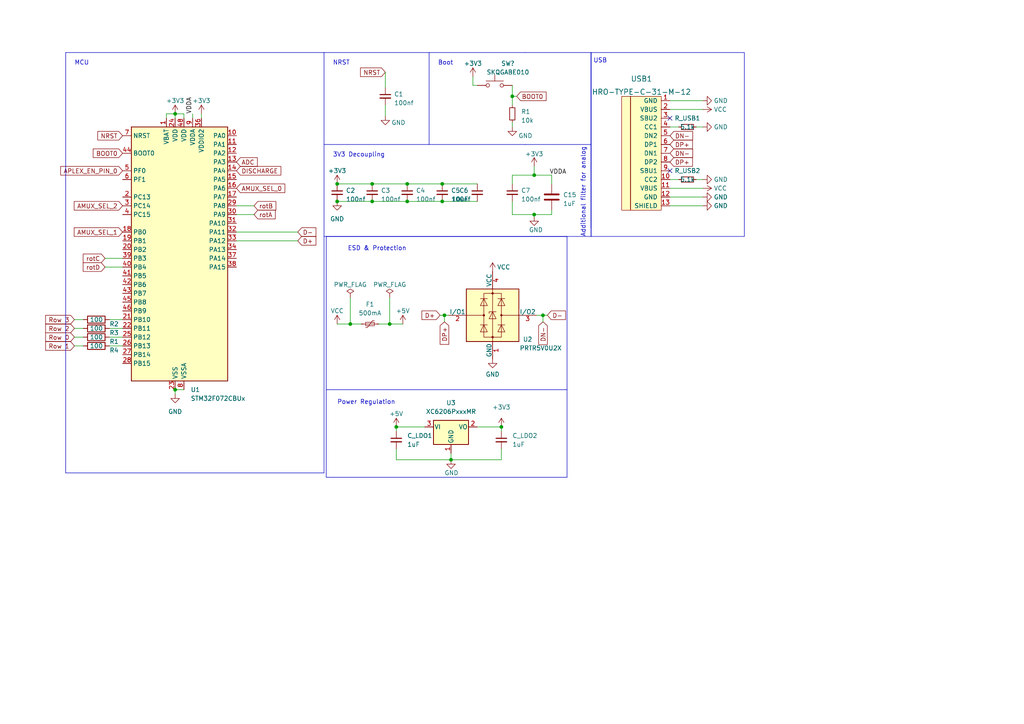
<source format=kicad_sch>
(kicad_sch (version 20231120) (generator "eeschema") (generator_version "8.0")
  (paper "A4")
  (lib_symbols
    (symbol "+3V3_1" (power) (pin_names (offset 0))
      (property "Value" "+3V3_1" (at 0 3.556 0))
      (symbol "+3V3_1_0_1"
        (polyline (pts (xy -0.762 1.27) (xy 0 2.54)))
        (polyline (pts (xy 0 0) (xy 0 2.54)))
        (polyline (pts (xy 0 2.54) (xy 0.762 1.27)))
      )
      (symbol "+3V3_1_1_1"
        (pin power_in line (at 0 0 90) (length 0) hide (name "+3V3") (number "1"))
      )
    )
    (symbol "Device:C" (pin_numbers hide) (pin_names (offset 0.254))
      (property "Reference" "C" (at 0.635 2.54 0))
      (property "Value" "C" (at 0.635 -2.54 0))
      (symbol "C_0_1"
        (polyline (pts (xy -2.032 -0.762) (xy 2.032 -0.762)) (stroke (width 0.508)))
        (polyline (pts (xy -2.032 0.762) (xy 2.032 0.762)) (stroke (width 0.508)))
      )
      (symbol "C_1_1"
        (pin passive line (at 0 3.81 270) (length 2.794) (name "~") (number "1"))
        (pin passive line (at 0 -3.81 90) (length 2.794) (name "~") (number "2"))
      )
    )
    (symbol "Device:C_Small" (pin_numbers hide) (pin_names (offset 0.254) hide)
      (property "Reference" "C" (at 0.254 1.778 0))
      (property "Value" "C_Small" (at 0.254 -2.032 0))
      (symbol "C_Small_0_1"
        (polyline (pts (xy -1.524 -0.508) (xy 1.524 -0.508)) (stroke (width 0.3302)))
        (polyline (pts (xy -1.524 0.508) (xy 1.524 0.508)) (stroke (width 0.3048)))
      )
      (symbol "C_Small_1_1"
        (pin passive line (at 0 2.54 270) (length 2.032) (name "~") (number "1"))
        (pin passive line (at 0 -2.54 90) (length 2.032) (name "~") (number "2"))
      )
    )
    (symbol "Device:Polyfuse_Small" (pin_numbers hide) (pin_names (offset 0))
      (property "Reference" "F" (at -1.905 0 90))
      (property "Value" "Polyfuse_Small" (at 1.905 0 90))
      (symbol "Polyfuse_Small_0_1"
        (rectangle (start -0.508 1.27) (end 0.508 -1.27))
        (polyline (pts (xy 0 2.54) (xy 0 -2.54)))
        (polyline (pts (xy -1.016 1.27) (xy -1.016 0.762) (xy 1.016 -0.762) (xy 1.016 -1.27)))
      )
      (symbol "Polyfuse_Small_1_1"
        (pin passive line (at 0 2.54 270) (length 0.635) (name "~") (number "1"))
        (pin passive line (at 0 -2.54 90) (length 0.635) (name "~") (number "2"))
      )
    )
    (symbol "Device:R" (pin_numbers hide) (pin_names (offset 0))
      (property "Reference" "R" (at 2.032 0 90))
      (property "Value" "R" (at 0 0 90))
      (symbol "R_0_1"
        (rectangle (start -1.016 -2.54) (end 1.016 2.54) (stroke (width 0.254)))
      )
      (symbol "R_1_1"
        (pin passive line (at 0 3.81 270) (length 1.27) (name "~") (number "1"))
        (pin passive line (at 0 -3.81 90) (length 1.27) (name "~") (number "2"))
      )
    )
    (symbol "Device:R_Small" (pin_numbers hide) (pin_names (offset 0.254) hide)
      (property "Reference" "R" (at 0.762 0.508 0))
      (property "Value" "R_Small" (at 0.762 -1.016 0))
      (symbol "R_Small_0_1"
        (rectangle (start -0.762 1.778) (end 0.762 -1.778) (stroke (width 0.2032)))
      )
      (symbol "R_Small_1_1"
        (pin passive line (at 0 2.54 270) (length 0.762) (name "~") (number "1"))
        (pin passive line (at 0 -2.54 90) (length 0.762) (name "~") (number "2"))
      )
    )
    (symbol "GND_1" (power) (pin_names (offset 0))
      (property "Value" "GND_1" (at 0 -3.81 0))
      (symbol "GND_1_0_1"
        (polyline (pts (xy 0 0) (xy 0 -1.27) (xy 1.27 -1.27) (xy 0 -2.54) (xy -1.27 -1.27) (xy 0 -1.27)))
      )
      (symbol "GND_1_1_1"
        (pin power_in line (at 0 0 270) (length 0) hide (name "GND") (number "1"))
      )
    )
    (symbol "MCU_ST_STM32F0:STM32F072CBUx"
      (property "Reference" "U" (at -12.7 39.37 0))
      (property "Value" "STM32F072CBUx" (at 10.16 39.37 0))
      (symbol "STM32F072CBUx_0_1"
        (rectangle (start -12.7 -35.56) (end 15.24 38.1) (stroke (width 0.254)) (fill (type background)))
      )
      (symbol "STM32F072CBUx_1_1"
        (pin power_in line (at -2.54 40.64 270) (length 2.54) (name "VBAT") (number "1"))
        (pin bidirectional line (at 17.78 35.56 180) (length 2.54) (name "PA0") (number "10"))
        (pin bidirectional line (at 17.78 33.02 180) (length 2.54) (name "PA1") (number "11"))
        (pin bidirectional line (at 17.78 30.48 180) (length 2.54) (name "PA2") (number "12"))
        (pin bidirectional line (at 17.78 27.94 180) (length 2.54) (name "PA3") (number "13"))
        (pin bidirectional line (at 17.78 25.4 180) (length 2.54) (name "PA4") (number "14"))
        (pin bidirectional line (at 17.78 22.86 180) (length 2.54) (name "PA5") (number "15"))
        (pin bidirectional line (at 17.78 20.32 180) (length 2.54) (name "PA6") (number "16"))
        (pin bidirectional line (at 17.78 17.78 180) (length 2.54) (name "PA7") (number "17"))
        (pin bidirectional line (at -15.24 7.62 0) (length 2.54) (name "PB0") (number "18"))
        (pin bidirectional line (at -15.24 5.08 0) (length 2.54) (name "PB1") (number "19"))
        (pin bidirectional line (at -15.24 17.78 0) (length 2.54) (name "PC13") (number "2"))
        (pin bidirectional line (at -15.24 2.54 0) (length 2.54) (name "PB2") (number "20"))
        (pin bidirectional line (at -15.24 -17.78 0) (length 2.54) (name "PB10") (number "21"))
        (pin bidirectional line (at -15.24 -20.32 0) (length 2.54) (name "PB11") (number "22"))
        (pin power_in line (at 0 -38.1 90) (length 2.54) (name "VSS") (number "23"))
        (pin power_in line (at 0 40.64 270) (length 2.54) (name "VDD") (number "24"))
        (pin bidirectional line (at -15.24 -22.86 0) (length 2.54) (name "PB12") (number "25"))
        (pin bidirectional line (at -15.24 -25.4 0) (length 2.54) (name "PB13") (number "26"))
        (pin bidirectional line (at -15.24 -27.94 0) (length 2.54) (name "PB14") (number "27"))
        (pin bidirectional line (at -15.24 -30.48 0) (length 2.54) (name "PB15") (number "28"))
        (pin bidirectional line (at 17.78 15.24 180) (length 2.54) (name "PA8") (number "29"))
        (pin bidirectional line (at -15.24 15.24 0) (length 2.54) (name "PC14") (number "3"))
        (pin bidirectional line (at 17.78 12.7 180) (length 2.54) (name "PA9") (number "30"))
        (pin bidirectional line (at 17.78 10.16 180) (length 2.54) (name "PA10") (number "31"))
        (pin bidirectional line (at 17.78 7.62 180) (length 2.54) (name "PA11") (number "32"))
        (pin bidirectional line (at 17.78 5.08 180) (length 2.54) (name "PA12") (number "33"))
        (pin bidirectional line (at 17.78 2.54 180) (length 2.54) (name "PA13") (number "34"))
        (pin passive line (at 0 -38.1 90) (length 2.54) hide (name "VSS") (number "35"))
        (pin power_in line (at 7.62 40.64 270) (length 2.54) (name "VDDIO2") (number "36"))
        (pin bidirectional line (at 17.78 0 180) (length 2.54) (name "PA14") (number "37"))
        (pin bidirectional line (at 17.78 -2.54 180) (length 2.54) (name "PA15") (number "38"))
        (pin bidirectional line (at -15.24 0 0) (length 2.54) (name "PB3") (number "39"))
        (pin bidirectional line (at -15.24 12.7 0) (length 2.54) (name "PC15") (number "4"))
        (pin bidirectional line (at -15.24 -2.54 0) (length 2.54) (name "PB4") (number "40"))
        (pin bidirectional line (at -15.24 -5.08 0) (length 2.54) (name "PB5") (number "41"))
        (pin bidirectional line (at -15.24 -7.62 0) (length 2.54) (name "PB6") (number "42"))
        (pin bidirectional line (at -15.24 -10.16 0) (length 2.54) (name "PB7") (number "43"))
        (pin input line (at -15.24 30.48 0) (length 2.54) (name "BOOT0") (number "44"))
        (pin bidirectional line (at -15.24 -12.7 0) (length 2.54) (name "PB8") (number "45"))
        (pin bidirectional line (at -15.24 -15.24 0) (length 2.54) (name "PB9") (number "46"))
        (pin passive line (at 0 -38.1 90) (length 2.54) hide (name "VSS") (number "47"))
        (pin power_in line (at 2.54 40.64 270) (length 2.54) (name "VDD") (number "48"))
        (pin passive line (at 0 -38.1 90) (length 2.54) hide (name "VSS") (number "49"))
        (pin bidirectional line (at -15.24 25.4 0) (length 2.54) (name "PF0") (number "5"))
        (pin bidirectional line (at -15.24 22.86 0) (length 2.54) (name "PF1") (number "6"))
        (pin input line (at -15.24 35.56 0) (length 2.54) (name "NRST") (number "7"))
        (pin power_in line (at 2.54 -38.1 90) (length 2.54) (name "VSSA") (number "8"))
        (pin power_in line (at 5.08 40.64 270) (length 2.54) (name "VDDA") (number "9"))
      )
    )
    (symbol "Power_Protection:PRTR5V0U2X" (pin_names (offset 0))
      (property "Reference" "D" (at 2.794 8.636 0))
      (property "Value" "PRTR5V0U2X" (at 8.128 -9.398 0))
      (symbol "PRTR5V0U2X_0_1"
        (rectangle (start -7.62 -7.62) (end 7.62 7.62) (stroke (width 0.254)) (fill (type background)))
        (circle (center -2.54 0) (radius 0.254) (fill (type outline)))
        (rectangle (start -2.54 6.35) (end 2.54 -6.35))
        (circle (center 0 -6.35) (radius 0.254) (fill (type outline)))
        (polyline (pts (xy -2.54 0) (xy -7.62 0)))
        (polyline (pts (xy -1.524 -2.794) (xy -3.556 -2.794)))
        (polyline (pts (xy -1.524 4.826) (xy -3.556 4.826)))
        (polyline (pts (xy 0 -7.62) (xy 0 7.62)))
        (polyline (pts (xy 1.524 -2.794) (xy 3.556 -2.794)))
        (polyline (pts (xy 1.524 4.826) (xy 3.556 4.826)))
        (polyline (pts (xy 2.54 0) (xy 7.62 0)))
        (polyline (pts (xy 1.016 1.016) (xy -1.016 1.016) (xy -1.016 0.508)))
        (polyline (pts (xy -3.556 -4.826) (xy -1.524 -4.826) (xy -2.54 -2.794) (xy -3.556 -4.826)))
        (polyline (pts (xy -3.556 2.794) (xy -1.524 2.794) (xy -2.54 4.826) (xy -3.556 2.794)))
        (polyline (pts (xy -1.016 -1.016) (xy 1.016 -1.016) (xy 0 1.016) (xy -1.016 -1.016)))
        (polyline (pts (xy 3.556 -4.826) (xy 1.524 -4.826) (xy 2.54 -2.794) (xy 3.556 -4.826)))
        (polyline (pts (xy 3.556 2.794) (xy 1.524 2.794) (xy 2.54 4.826) (xy 3.556 2.794)))
        (circle (center 0 6.35) (radius 0.254) (fill (type outline)))
        (circle (center 2.54 0) (radius 0.254) (fill (type outline)))
      )
      (symbol "PRTR5V0U2X_1_1"
        (pin passive line (at 0 -12.7 90) (length 5.08) (name "GND") (number "1"))
        (pin passive line (at -12.7 0 0) (length 5.08) (name "I/O1") (number "2"))
        (pin passive line (at 12.7 0 180) (length 5.08) (name "I/O2") (number "3"))
        (pin passive line (at 0 12.7 270) (length 5.08) (name "VCC") (number "4"))
      )
    )
    (symbol "Regulator_Linear:XC6206PxxxMR" (pin_names (offset 0.254))
      (property "Reference" "U" (at -3.81 3.175 0))
      (property "Value" "XC6206PxxxMR" (at 0 3.175 0))
      (symbol "XC6206PxxxMR_0_1"
        (rectangle (start -5.08 1.905) (end 5.08 -5.08) (stroke (width 0.254)) (fill (type background)))
      )
      (symbol "XC6206PxxxMR_1_1"
        (pin power_in line (at 0 -7.62 90) (length 2.54) (name "GND") (number "1"))
        (pin power_out line (at 7.62 0 180) (length 2.54) (name "VO") (number "2"))
        (pin power_in line (at -7.62 0 0) (length 2.54) (name "VI") (number "3"))
      )
    )
    (symbol "Switch:SW_Push" (pin_numbers hide) (pin_names (offset 1.016) hide)
      (property "Reference" "SW" (at 1.27 2.54 0))
      (property "Value" "SW_Push" (at 0 -1.524 0))
      (symbol "SW_Push_0_1"
        (circle (center -2.032 0) (radius 0.508))
        (polyline (pts (xy 0 1.27) (xy 0 3.048)))
        (polyline (pts (xy 2.54 1.27) (xy -2.54 1.27)))
        (circle (center 2.032 0) (radius 0.508))
        (pin passive line (at -5.08 0 0) (length 2.54) (name "1") (number "1"))
        (pin passive line (at 5.08 0 180) (length 2.54) (name "2") (number "2"))
      )
    )
    (symbol "cipulot_parts:HRO-TYPE-C-31-M-12" (pin_names (offset 1.016))
      (property "Reference" "USB" (at -5.08 16.51 0))
      (property "Value" "HRO-TYPE-C-31-M-12" (at -10.16 -1.27 90))
      (symbol "HRO-TYPE-C-31-M-12_0_1"
        (rectangle (start -11.43 15.24) (end -8.89 -17.78) (fill (type background)))
        (rectangle (start 0 -17.78) (end -8.89 15.24) (fill (type background)))
      )
      (symbol "HRO-TYPE-C-31-M-12_1_1"
        (pin input line (at 2.54 13.97 180) (length 2.54) (name "GND") (number "1"))
        (pin input line (at 2.54 -8.89 180) (length 2.54) (name "CC2") (number "10"))
        (pin input line (at 2.54 -11.43 180) (length 2.54) (name "VBUS") (number "11"))
        (pin input line (at 2.54 -13.97 180) (length 2.54) (name "GND") (number "12"))
        (pin input line (at 2.54 -16.51 180) (length 2.54) (name "SHIELD") (number "13"))
        (pin input line (at 2.54 11.43 180) (length 2.54) (name "VBUS") (number "2"))
        (pin input line (at 2.54 8.89 180) (length 2.54) (name "SBU2") (number "3"))
        (pin input line (at 2.54 6.35 180) (length 2.54) (name "CC1") (number "4"))
        (pin input line (at 2.54 3.81 180) (length 2.54) (name "DN2") (number "5"))
        (pin input line (at 2.54 1.27 180) (length 2.54) (name "DP1") (number "6"))
        (pin input line (at 2.54 -1.27 180) (length 2.54) (name "DN1") (number "7"))
        (pin input line (at 2.54 -3.81 180) (length 2.54) (name "DP2") (number "8"))
        (pin input line (at 2.54 -6.35 180) (length 2.54) (name "SBU1") (number "9"))
      )
    )
    (symbol "power:+3.3V" (power) (pin_names (offset 0))
      (property "Value" "+3.3V" (at 0 3.556 0))
      (symbol "+3.3V_0_1"
        (polyline (pts (xy -0.762 1.27) (xy 0 2.54)))
        (polyline (pts (xy 0 0) (xy 0 2.54)))
        (polyline (pts (xy 0 2.54) (xy 0.762 1.27)))
      )
      (symbol "+3.3V_1_1"
        (pin power_in line (at 0 0 90) (length 0) hide (name "+3V3") (number "1"))
      )
    )
    (symbol "power:+3V3" (power) (pin_names (offset 0))
      (property "Value" "+3V3" (at 0 3.556 0))
      (symbol "+3V3_0_1"
        (polyline (pts (xy -0.762 1.27) (xy 0 2.54)))
        (polyline (pts (xy 0 0) (xy 0 2.54)))
        (polyline (pts (xy 0 2.54) (xy 0.762 1.27)))
      )
      (symbol "+3V3_1_1"
        (pin power_in line (at 0 0 90) (length 0) hide (name "+3V3") (number "1"))
      )
    )
    (symbol "power:+5V" (power) (pin_names (offset 0))
      (property "Value" "+5V" (at 0 3.556 0))
      (symbol "+5V_0_1"
        (polyline (pts (xy -0.762 1.27) (xy 0 2.54)))
        (polyline (pts (xy 0 0) (xy 0 2.54)))
        (polyline (pts (xy 0 2.54) (xy 0.762 1.27)))
      )
      (symbol "+5V_1_1"
        (pin power_in line (at 0 0 90) (length 0) hide (name "+5V") (number "1"))
      )
    )
    (symbol "power:GND" (power) (pin_names (offset 0))
      (property "Value" "GND" (at 0 -3.81 0))
      (symbol "GND_0_1"
        (polyline (pts (xy 0 0) (xy 0 -1.27) (xy 1.27 -1.27) (xy 0 -2.54) (xy -1.27 -1.27) (xy 0 -1.27)))
      )
      (symbol "GND_1_1"
        (pin power_in line (at 0 0 270) (length 0) hide (name "GND") (number "1"))
      )
    )
    (symbol "power:PWR_FLAG" (power) (pin_numbers hide) (pin_names (offset 0) hide)
      (property "Value" "PWR_FLAG" (at 0 3.81 0))
      (symbol "PWR_FLAG_0_0"
        (pin power_out line (at 0 0 90) (length 0) (name "pwr") (number "1"))
      )
      (symbol "PWR_FLAG_0_1"
        (polyline (pts (xy 0 0) (xy 0 1.27) (xy -1.016 1.905) (xy 0 2.54) (xy 1.016 1.905) (xy 0 1.27)))
      )
    )
    (symbol "power:VCC" (power) (pin_names (offset 0))
      (property "Value" "VCC" (at 0 3.81 0))
      (symbol "VCC_0_1"
        (polyline (pts (xy -0.762 1.27) (xy 0 2.54)))
        (polyline (pts (xy 0 0) (xy 0 2.54)))
        (polyline (pts (xy 0 2.54) (xy 0.762 1.27)))
      )
      (symbol "VCC_1_1"
        (pin power_in line (at 0 0 90) (length 0) hide (name "VCC") (number "1"))
      )
    )
  )
  (junction (at 50.8 33.02))
  (junction (at 145.415 123.825))
  (junction (at 107.95 53.34))
  (junction (at 50.8 113.03))
  (junction (at 97.79 58.42))
  (junction (at 97.79 53.34))
  (junction (at 101.6 93.98))
  (junction (at 118.11 53.34))
  (junction (at 118.11 58.42))
  (junction (at 128.905 91.44))
  (junction (at 148.59 27.94))
  (junction (at 130.81 133.35))
  (junction (at 154.94 62.23))
  (junction (at 154.94 50.8))
  (junction (at 157.48 91.44))
  (junction (at 107.95 58.42))
  (junction (at 128.27 53.34))
  (junction (at 113.03 93.98))
  (junction (at 114.935 123.825))
  (junction (at 128.27 58.42))
  (no_connect (at 194.31 34.29))
  (no_connect (at 194.31 49.53))
  (wire (pts (xy 48.26 33.02) (xy 48.26 34.29)))
  (wire (pts (xy 50.8 114.3) (xy 50.8 113.03)))
  (wire (pts (xy 97.79 58.42) (xy 107.95 58.42)))
  (wire (pts (xy 194.31 54.61) (xy 203.835 54.61)))
  (polyline (pts (xy 171.45 15.24) (xy 171.45 66.04)))
  (polyline (pts (xy 94.615 113.03) (xy 164.465 113.03)))
  (polyline (pts (xy 164.465 68.58) (xy 164.465 138.43)))
  (polyline (pts (xy 93.98 137.16) (xy 93.98 15.24)))
  (polyline (pts (xy 152.4 15.24) (xy 171.45 15.24)))
  (wire (pts (xy 31.75 95.25) (xy 35.56 95.25)))
  (wire (pts (xy 148.59 27.94) (xy 149.86 27.94)))
  (wire (pts (xy 53.34 33.02) (xy 53.34 34.29)))
  (wire (pts (xy 138.43 24.765) (xy 137.16 24.765)))
  (wire (pts (xy 148.59 50.8) (xy 148.59 53.34)))
  (wire (pts (xy 194.31 57.15) (xy 203.835 57.15)))
  (wire (pts (xy 148.59 50.8) (xy 154.94 50.8)))
  (wire (pts (xy 148.59 24.765) (xy 148.59 27.94)))
  (wire (pts (xy 118.11 53.34) (xy 128.27 53.34)))
  (wire (pts (xy 50.8 113.03) (xy 53.34 113.03)))
  (wire (pts (xy 137.16 24.765) (xy 137.16 22.225)))
  (wire (pts (xy 114.935 130.175) (xy 114.935 133.35)))
  (polyline (pts (xy 19.05 137.16) (xy 93.98 137.16)))
  (wire (pts (xy 154.94 48.26) (xy 154.94 50.8)))
  (wire (pts (xy 101.6 93.98) (xy 104.775 93.98)))
  (wire (pts (xy 58.42 33.02) (xy 58.42 34.29)))
  (wire (pts (xy 127.635 91.44) (xy 128.905 91.44)))
  (wire (pts (xy 128.905 91.44) (xy 130.175 91.44)))
  (wire (pts (xy 201.93 52.07) (xy 203.835 52.07)))
  (wire (pts (xy 128.27 53.34) (xy 138.43 53.34)))
  (polyline (pts (xy 93.98 68.58) (xy 171.45 68.58)))
  (wire (pts (xy 73.66 62.23) (xy 68.58 62.23)))
  (wire (pts (xy 107.95 58.42) (xy 118.11 58.42)))
  (wire (pts (xy 118.11 58.42) (xy 128.27 58.42)))
  (wire (pts (xy 30.48 77.47) (xy 35.56 77.47)))
  (wire (pts (xy 97.79 93.98) (xy 101.6 93.98)))
  (wire (pts (xy 86.36 69.85) (xy 68.58 69.85)))
  (polyline (pts (xy 171.45 68.58) (xy 171.45 41.91)))
  (wire (pts (xy 194.31 29.21) (xy 203.835 29.21)))
  (polyline (pts (xy 124.46 15.24) (xy 124.46 41.91)))
  (wire (pts (xy 138.43 123.825) (xy 145.415 123.825)))
  (wire (pts (xy 128.27 58.42) (xy 138.43 58.42)))
  (wire (pts (xy 145.415 133.35) (xy 145.415 130.175)))
  (wire (pts (xy 194.31 52.07) (xy 196.85 52.07)))
  (wire (pts (xy 30.48 74.93) (xy 35.56 74.93)))
  (wire (pts (xy 148.59 27.94) (xy 148.59 30.48)))
  (wire (pts (xy 113.03 86.36) (xy 113.03 93.98)))
  (wire (pts (xy 111.76 20.955) (xy 111.76 25.4)))
  (wire (pts (xy 114.935 123.825) (xy 114.935 125.095)))
  (polyline (pts (xy 93.98 15.24) (xy 19.05 15.24)))
  (wire (pts (xy 101.6 86.36) (xy 101.6 93.98)))
  (wire (pts (xy 86.36 67.31) (xy 68.58 67.31)))
  (wire (pts (xy 148.59 58.42) (xy 148.59 62.23)))
  (wire (pts (xy 194.31 31.75) (xy 203.835 31.75)))
  (wire (pts (xy 145.415 123.825) (xy 145.415 125.095)))
  (wire (pts (xy 48.26 33.02) (xy 50.8 33.02)))
  (wire (pts (xy 154.94 62.23) (xy 160.02 62.23)))
  (wire (pts (xy 148.59 62.23) (xy 154.94 62.23)))
  (wire (pts (xy 31.75 92.71) (xy 35.56 92.71)))
  (wire (pts (xy 160.02 50.8) (xy 160.02 53.34)))
  (wire (pts (xy 50.8 33.02) (xy 53.34 33.02)))
  (polyline (pts (xy 164.465 68.58) (xy 94.615 68.58)))
  (wire (pts (xy 154.94 50.8) (xy 160.02 50.8)))
  (polyline (pts (xy 93.98 41.91) (xy 152.4 41.91)))
  (wire (pts (xy 21.59 97.79) (xy 24.13 97.79)))
  (wire (pts (xy 55.88 33.02) (xy 55.88 34.29)))
  (wire (pts (xy 31.75 100.33) (xy 35.56 100.33)))
  (wire (pts (xy 113.03 93.98) (xy 116.84 93.98)))
  (wire (pts (xy 109.855 93.98) (xy 113.03 93.98)))
  (wire (pts (xy 194.31 59.69) (xy 203.835 59.69)))
  (wire (pts (xy 154.94 62.23) (xy 154.94 62.865)))
  (wire (pts (xy 31.75 97.79) (xy 35.56 97.79)))
  (wire (pts (xy 50.8 33.02) (xy 50.8 34.29)))
  (wire (pts (xy 160.02 60.96) (xy 160.02 62.23)))
  (wire (pts (xy 114.935 123.825) (xy 123.19 123.825)))
  (wire (pts (xy 157.48 91.44) (xy 158.75 91.44)))
  (wire (pts (xy 21.59 95.25) (xy 24.13 95.25)))
  (wire (pts (xy 73.66 59.69) (xy 68.58 59.69)))
  (wire (pts (xy 97.79 53.34) (xy 107.95 53.34)))
  (wire (pts (xy 107.95 53.34) (xy 118.11 53.34)))
  (wire (pts (xy 157.48 91.44) (xy 155.575 91.44)))
  (wire (pts (xy 157.48 91.44) (xy 157.48 93.345)))
  (polyline (pts (xy 94.615 138.43) (xy 94.615 68.58)))
  (wire (pts (xy 21.59 100.33) (xy 24.13 100.33)))
  (polyline (pts (xy 164.465 138.43) (xy 94.615 138.43)))
  (wire (pts (xy 128.905 91.44) (xy 128.905 93.345)))
  (wire (pts (xy 194.31 36.83) (xy 196.85 36.83)))
  (polyline (pts (xy 93.98 15.24) (xy 152.4 15.24)))
  (polyline (pts (xy 19.05 15.24) (xy 19.05 137.16)))
  (polyline (pts (xy 171.45 15.24) (xy 171.45 41.91)))
  (wire (pts (xy 21.59 92.71) (xy 24.13 92.71)))
  (wire (pts (xy 114.935 133.35) (xy 130.81 133.35)))
  (wire (pts (xy 130.81 133.35) (xy 145.415 133.35)))
  (wire (pts (xy 148.59 35.56) (xy 148.59 36.83)))
  (wire (pts (xy 201.93 36.83) (xy 203.835 36.83)))
  (wire (pts (xy 130.81 131.445) (xy 130.81 133.35)))
  (polyline (pts (xy 152.4 41.91) (xy 171.45 41.91)))
  (wire (pts (xy 111.76 33.655) (xy 111.76 30.48)))
  (rectangle (start 171.45 15.24) (end 215.9 68.58))
  (text "Power Regulation" (at 97.79 117.475 0) (effects (font (size 1.27 1.27)) (justify left bottom)))
  (text "MCU" (at 21.59 19.05 0) (effects (font (size 1.27 1.27)) (justify left bottom)))
  (text "Additional filter for analog" (at 169.926 68.834 90) (effects (font (size 1.27 1.27)) (justify left bottom)))
  (text "USB\n" (at 172.085 18.415 0) (effects (font (size 1.27 1.27)) (justify left bottom)))
  (text "Boot" (at 127 19.05 0) (effects (font (size 1.27 1.27)) (justify left bottom)))
  (text "ESD & Protection" (at 100.838 72.898 0) (effects (font (size 1.27 1.27)) (justify left bottom)))
  (text "NRST" (at 96.52 19.05 0) (effects (font (size 1.27 1.27)) (justify left bottom)))
  (text "3V3 Decoupling" (at 96.52 45.72 0) (effects (font (size 1.27 1.27)) (justify left bottom)))
  (label "VDDA" (at 159.385 50.8 0))
  (label "VDDA" (at 55.88 33.02 90))
  (global_label "rotD" (shape input) (at 30.48 77.47 180) (property "Intersheetrefs" "${INTERSHEET_REFS}" (effects (hide yes))))
  (global_label "rotA" (shape input) (at 73.66 62.23 0) (property "Intersheetrefs" "${INTERSHEET_REFS}" (effects (hide yes))))
  (global_label "APLEX_EN_PIN_0" (shape input) (at 35.56 49.53 180) (property "Intersheetrefs" "${INTERSHEET_REFS}" (effects (hide yes))))
  (global_label "D-" (shape input) (at 158.75 91.44 0) (property "Intersheetrefs" "${INTERSHEET_REFS}" (effects (hide yes))))
  (global_label "DP+" (shape input) (at 128.905 93.345 270) (property "Intersheetrefs" "${INTERSHEET_REFS}" (effects (hide yes))))
  (global_label "DP+" (shape input) (at 194.31 41.91 0) (property "Intersheetrefs" "${INTERSHEET_REFS}" (effects (hide yes))))
  (global_label "Row 2" (shape input) (at 21.59 95.25 180) (property "Intersheetrefs" "${INTERSHEET_REFS}" (effects (hide yes))))
  (global_label "D+" (shape input) (at 86.36 69.85 0) (property "Intersheetrefs" "${INTERSHEET_REFS}" (effects (hide yes))))
  (global_label "Row 0" (shape input) (at 21.59 97.79 180) (property "Intersheetrefs" "${INTERSHEET_REFS}" (effects (hide yes))))
  (global_label "NRST" (shape input) (at 35.56 39.37 180) (property "Intersheetrefs" "${INTERSHEET_REFS}" (effects (hide yes))))
  (global_label "DN-" (shape input) (at 194.31 44.45 0) (property "Intersheetrefs" "${INTERSHEET_REFS}" (effects (hide yes))))
  (global_label "rotC" (shape input) (at 30.48 74.93 180) (property "Intersheetrefs" "${INTERSHEET_REFS}" (effects (hide yes))))
  (global_label "Row 3" (shape input) (at 21.59 92.71 180) (property "Intersheetrefs" "${INTERSHEET_REFS}" (effects (hide yes))))
  (global_label "AMUX_SEL_2" (shape input) (at 35.56 59.69 180) (property "Intersheetrefs" "${INTERSHEET_REFS}" (effects (hide yes))))
  (global_label "AMUX_SEL_1" (shape input) (at 35.56 67.31 180) (property "Intersheetrefs" "${INTERSHEET_REFS}" (effects (hide yes))))
  (global_label "NRST" (shape input) (at 111.76 20.955 180) (property "Intersheetrefs" "${INTERSHEET_REFS}" (effects (hide yes))))
  (global_label "DN-" (shape input) (at 194.31 39.37 0) (property "Intersheetrefs" "${INTERSHEET_REFS}" (effects (hide yes))))
  (global_label "DISCHARGE" (shape input) (at 68.58 49.53 0) (property "Intersheetrefs" "${INTERSHEET_REFS}" (effects (hide yes))))
  (global_label "BOOT0" (shape input) (at 35.56 44.45 180) (property "Intersheetrefs" "${INTERSHEET_REFS}" (effects (hide yes))))
  (global_label "D+" (shape input) (at 127.635 91.44 180) (property "Intersheetrefs" "${INTERSHEET_REFS}" (effects (hide yes))))
  (global_label "ADC" (shape input) (at 68.58 46.99 0) (property "Intersheetrefs" "${INTERSHEET_REFS}" (effects (hide yes))))
  (global_label "DN-" (shape input) (at 157.48 93.345 270) (property "Intersheetrefs" "${INTERSHEET_REFS}" (effects (hide yes))))
  (global_label "BOOT0" (shape input) (at 149.86 27.94 0) (property "Intersheetrefs" "${INTERSHEET_REFS}" (effects (hide yes))))
  (global_label "AMUX_SEL_0" (shape input) (at 68.58 54.61 0) (property "Intersheetrefs" "${INTERSHEET_REFS}" (effects (hide yes))))
  (global_label "DP+" (shape input) (at 194.31 46.99 0) (property "Intersheetrefs" "${INTERSHEET_REFS}" (effects (hide yes))))
  (global_label "rotB" (shape input) (at 73.66 59.69 0) (property "Intersheetrefs" "${INTERSHEET_REFS}" (effects (hide yes))))
  (global_label "D-" (shape input) (at 86.36 67.31 0) (property "Intersheetrefs" "${INTERSHEET_REFS}" (effects (hide yes))))
  (global_label "Row 1" (shape input) (at 21.59 100.33 180) (property "Intersheetrefs" "${INTERSHEET_REFS}" (effects (hide yes))))
  (symbol (lib_id "power:+3V3") (at 145.415 123.825 0) (unit 1)
    (property "Reference" "#PWR029" (effects (hide yes)))
    (property "Value" "+3V3" (at 145.415 118.11 0))
  )
  (symbol (lib_id "Device:C_Small") (at 114.935 127.635 0) (unit 1)
    (property "Reference" "C_LDO1" (at 118.11 126.3713 0) (effects (justify left)))
    (property "Value" "1uF" (at 118.11 128.9113 0) (effects (justify left)))
    (property "Footprint" "Capacitor_SMD:C_0402_1005Metric" (effects (hide yes)))
  )
  (symbol (lib_id "Device:R") (at 27.94 92.71 270) (unit 1)
    (property "Reference" "R2" (at 31.75 93.98 90) (effects (justify left)))
    (property "Value" "100" (at 26.035 92.71 90) (effects (justify left)))
    (property "Footprint" "Resistor_SMD:R_0402_1005Metric" (effects (hide yes)))
    (property "LCSC" "C25076" (effects (hide yes)))
    (instances (project "pandemonium EC 2 Layer" (path "" (reference "R2") (unit 1))) (project "pantagruel" (path "" (reference "R3") (unit 1))) (project "ampersand" (path "" (reference "R3") (unit 1))))
  )
  (symbol (lib_id "power:GND") (at 203.835 57.15 90) (unit 1)
    (property "Reference" "#PWR019" (effects (hide yes)))
    (property "Value" "GND" (at 207.01 57.1499 90) (effects (justify right)))
  )
  (symbol (lib_id "power:GND") (at 130.81 133.35 0) (unit 1)
    (property "Reference" "#PWR030" (effects (hide yes)))
    (property "Value" "GND" (at 128.905 137.16 0) (effects (justify left)))
  )
  (symbol (lib_id "power:+3.3V") (at 154.94 48.26 0) (unit 1)
    (property "Reference" "#PWR026" (effects (hide yes)))
    (property "Value" "+3V3" (at 154.94 44.6555 0))
    (instances (project "capybully" (path "" (reference "#PWR026") (unit 1))) (project "le_capybara" (path "" (reference "#PWR010") (unit 1))) (project "pandemonium EC 2 Layer" (path "" (reference "#PWR048") (unit 1))) (project "pantagruel" (path "" (reference "#PWR015") (unit 1))) (project "ampersand" (path "" (reference "#PWR09") (unit 1))))
  )
  (symbol (lib_id "Device:C_Small") (at 97.79 55.88 0) (unit 1)
    (property "Reference" "C2" (at 100.33 55.2513 0) (effects (justify left)))
    (property "Value" "100nf" (at 100.33 57.7913 0) (effects (justify left)))
    (property "Footprint" "Capacitor_SMD:C_0402_1005Metric" (effects (hide yes)))
  )
  (symbol (lib_id "power:VCC") (at 97.79 93.98 0) (unit 1)
    (property "Reference" "#PWR024" (effects (hide yes)))
    (property "Value" "VCC" (at 97.79 90.17 0))
  )
  (symbol (lib_id "Device:C_Small") (at 145.415 127.635 0) (unit 1)
    (property "Reference" "C_LDO2" (at 148.59 126.3713 0) (effects (justify left)))
    (property "Value" "1uF" (at 148.59 128.9113 0) (effects (justify left)))
    (property "Footprint" "Capacitor_SMD:C_0402_1005Metric" (effects (hide yes)))
  )
  (symbol (lib_id "Device:R") (at 27.94 100.33 270) (mirror x) (unit 1)
    (property "Reference" "R4" (at 31.75 101.6 90) (effects (justify left)))
    (property "Value" "100" (at 26.035 100.33 90) (effects (justify left)))
    (property "Footprint" "Resistor_SMD:R_0402_1005Metric" (effects (hide yes)))
    (property "LCSC" "C25076" (effects (hide yes)))
    (instances (project "pandemonium EC 2 Layer" (path "" (reference "R4") (unit 1))) (project "pantagruel" (path "" (reference "R5") (unit 1))) (project "ampersand" (path "" (reference "R1") (unit 1))))
  )
  (symbol (lib_id "Switch:SW_Push") (at 143.51 24.765 0) (unit 1)
    (property "Reference" "SW?" (at 147.32 18.415 0))
    (property "Value" "SKQGABE010" (at 147.32 20.955 0))
    (property "Footprint" "Connector_PinSocket_2.54mm:PinSocket_1x02_P2.54mm_Vertical" (effects (hide yes)))
    (instances (project "TKL" (path "" (reference "SW?") (unit 1))) (project "Eightu" (path "" (reference "SW6") (unit 1))) (project "stm32_hotswap_chiffre" (path "" (reference "SW37") (unit 1))) (project "pantagruel" (path "" (reference "SW17") (unit 1))))
  )
  (symbol (lib_id "power:GND") (at 154.94 62.865 0) (unit 1)
    (property "Reference" "#PWR027" (effects (hide yes)))
    (property "Value" "GND" (at 157.48 66.675 0) (effects (justify right)))
    (instances (project "capybully" (path "" (reference "#PWR027") (unit 1))) (project "le_capybara" (path "" (reference "#PWR011") (unit 1))) (project "pandemonium EC 2 Layer" (path "" (reference "#PWR049") (unit 1))) (project "pantagruel" (path "" (reference "#PWR022") (unit 1))) (project "ampersand" (path "" (reference "#PWR010") (unit 1))))
  )
  (symbol (lib_id "Device:R") (at 27.94 97.79 270) (mirror x) (unit 1)
    (property "Reference" "R1" (at 31.75 99.06 90) (effects (justify left)))
    (property "Value" "100" (at 26.035 97.79 90) (effects (justify left)))
    (property "Footprint" "Resistor_SMD:R_0402_1005Metric" (effects (hide yes)))
    (property "LCSC" "C25076" (effects (hide yes)))
    (instances (project "pandemonium EC 2 Layer" (path "" (reference "R1") (unit 1))) (project "pantagruel" (path "" (reference "R4") (unit 1))) (project "ampersand" (path "" (reference "R2") (unit 1))))
  )
  (symbol (lib_id "power:GND") (at 203.835 36.83 90) (unit 1)
    (property "Reference" "#PWR014" (effects (hide yes)))
    (property "Value" "GND" (at 207.01 36.8299 90) (effects (justify right)))
  )
  (symbol (lib_id "Device:R_Small") (at 199.39 36.83 90) (unit 1)
    (property "Reference" "R_USB1" (at 199.39 34.29 90))
    (property "Value" "5.1k" (at 199.39 36.83 90))
    (property "Footprint" "Resistor_SMD:R_0402_1005Metric" (effects (hide yes)))
  )
  (symbol (lib_id "power:GND") (at 148.59 36.83 0) (unit 1)
    (property "Reference" "#PWR?" (effects (hide yes)))
    (property "Value" "GND" (at 152.4 39.37 0))
    (instances (project "TKL" (path "" (reference "#PWR?") (unit 1))) (project "Eightu" (path "" (reference "#PWR011") (unit 1))) (project "stm32_hotswap_chiffre" (path "" (reference "#PWR011") (unit 1))) (project "pantagruel" (path "" (reference "#PWR013") (unit 1))))
  )
  (symbol (lib_id "power:PWR_FLAG") (at 113.03 86.36 0) (unit 1)
    (property "Reference" "#FLG02" (effects (hide yes)))
    (property "Value" "PWR_FLAG" (at 113.03 82.55 0))
  )
  (symbol (lib_name "+3V3_1") (lib_id "power:+3V3") (at 97.79 53.34 0) (unit 1)
    (property "Reference" "#PWR017" (effects (hide yes)))
    (property "Value" "+3V3" (at 97.79 49.53 0))
  )
  (symbol (lib_id "Device:C") (at 160.02 57.15 0) (unit 1)
    (property "Reference" "C15" (at 163.3168 56.515 0) (effects (justify left)))
    (property "Value" "1uF" (at 163.3168 59.055 0) (effects (justify left)))
    (property "Footprint" "Capacitor_SMD:C_0402_1005Metric" (effects (hide yes)))
    (instances (project "capybully" (path "" (reference "C15") (unit 1))) (project "le_capybara" (path "" (reference "C11") (unit 1))) (project "pandemonium EC 2 Layer" (path "" (reference "C39") (unit 1))) (project "pantagruel" (path "" (reference "C8") (unit 1))) (project "ampersand" (path "" (reference "C7") (unit 1))))
  )
  (symbol (lib_id "power:GND") (at 203.835 29.21 90) (unit 1)
    (property "Reference" "#PWR07" (effects (hide yes)))
    (property "Value" "GND" (at 207.01 29.2099 90) (effects (justify right)))
  )
  (symbol (lib_id "power:VCC") (at 203.835 31.75 270) (unit 1)
    (property "Reference" "#PWR08" (effects (hide yes)))
    (property "Value" "VCC" (at 207.01 31.7499 90) (effects (justify left)))
  )
  (symbol (lib_id "Device:C_Small") (at 118.11 55.88 0) (unit 1)
    (property "Reference" "C4" (at 120.65 55.2513 0) (effects (justify left)))
    (property "Value" "100nf" (at 120.65 57.7913 0) (effects (justify left)))
    (property "Footprint" "Capacitor_SMD:C_0402_1005Metric" (effects (hide yes)))
  )
  (symbol (lib_id "Device:R") (at 27.94 95.25 270) (mirror x) (unit 1)
    (property "Reference" "R3" (at 31.75 96.52 90) (effects (justify left)))
    (property "Value" "100" (at 26.035 95.25 90) (effects (justify left)))
    (property "Footprint" "Resistor_SMD:R_0402_1005Metric" (effects (hide yes)))
    (property "LCSC" "C25076" (effects (hide yes)))
    (instances (project "pandemonium EC 2 Layer" (path "" (reference "R3") (unit 1))) (project "pantagruel" (path "" (reference "R2") (unit 1))) (project "ampersand" (path "" (reference "R4") (unit 1))))
  )
  (symbol (lib_id "Device:C_Small") (at 107.95 55.88 0) (unit 1)
    (property "Reference" "C3" (at 110.49 55.2513 0) (effects (justify left)))
    (property "Value" "100nf" (at 110.49 57.7913 0) (effects (justify left)))
    (property "Footprint" "Capacitor_SMD:C_0402_1005Metric" (effects (hide yes)))
  )
  (symbol (lib_id "MCU_ST_STM32F0:STM32F072CBUx") (at 50.8 74.93 0) (unit 1)
    (property "Reference" "U1" (at 55.2959 113.03 0) (effects (justify left)))
    (property "Value" "STM32F072CBUx" (at 55.2959 115.57 0) (effects (justify left)))
    (property "Footprint" "Package_DFN_QFN:QFN-48-1EP_7x7mm_P0.5mm_EP5.6x5.6mm" (effects (hide yes)))
    (property "Datasheet" "https://www.st.com/resource/en/datasheet/stm32f072cb.pdf" (effects (hide yes)))
  )
  (symbol (lib_id "power:GND") (at 111.76 33.655 0) (mirror y) (unit 1)
    (property "Reference" "#PWR?" (effects (hide yes)))
    (property "Value" "GND" (at 115.57 35.56 0))
    (instances (project "TKL" (path "" (reference "#PWR?") (unit 1))) (project "Eightu" (path "" (reference "#PWR012") (unit 1))) (project "stm32_hotswap_chiffre" (path "" (reference "#PWR012") (unit 1))) (project "pantagruel" (path "" (reference "#PWR012") (unit 1))))
  )
  (symbol (lib_id "power:GND") (at 203.835 52.07 90) (unit 1)
    (property "Reference" "#PWR016" (effects (hide yes)))
    (property "Value" "GND" (at 207.01 52.0699 90) (effects (justify right)))
  )
  (symbol (lib_id "power:+5V") (at 114.935 123.825 0) (unit 1)
    (property "Reference" "#PWR028" (effects (hide yes)))
    (property "Value" "+5V" (at 114.935 120.015 0))
  )
  (symbol (lib_id "power:+3V3") (at 58.42 33.02 0) (unit 1)
    (property "Reference" "#PWR011" (effects (hide yes)))
    (property "Value" "+3V3" (at 58.42 29.21 0))
  )
  (symbol (lib_id "power:+3V3") (at 50.8 33.02 0) (unit 1)
    (property "Reference" "#PWR010" (effects (hide yes)))
    (property "Value" "+3V3" (at 50.8 29.21 0))
  )
  (symbol (lib_id "Device:Polyfuse_Small") (at 107.315 93.98 90) (unit 1)
    (property "Reference" "F1" (at 107.315 88.265 90))
    (property "Value" "500mA" (at 107.315 90.805 90))
    (property "Footprint" "Fuse:Fuse_0805_2012Metric" (effects (hide yes)))
  )
  (symbol (lib_id "power:VCC") (at 203.835 54.61 270) (unit 1)
    (property "Reference" "#PWR018" (effects (hide yes)))
    (property "Value" "VCC" (at 207.01 54.6099 90) (effects (justify left)))
  )
  (symbol (lib_id "power:VCC") (at 142.875 78.74 0) (unit 1)
    (property "Reference" "#PWR023" (effects (hide yes)))
    (property "Value" "VCC" (at 144.145 77.47 0) (effects (justify left)))
  )
  (symbol (lib_id "power:+3V3") (at 137.16 22.225 0) (mirror y) (unit 1)
    (property "Reference" "#PWR010" (effects (hide yes)))
    (property "Value" "+3V3" (at 137.16 18.415 0))
    (instances (project "Eightu" (path "" (reference "#PWR010") (unit 1))) (project "stm32_hotswap_chiffre" (path "" (reference "#PWR09") (unit 1))) (project "pantagruel" (path "" (reference "#PWR05") (unit 1))))
  )
  (symbol (lib_id "Device:R_Small") (at 199.39 52.07 90) (unit 1)
    (property "Reference" "R_USB2" (at 199.39 49.53 90))
    (property "Value" "5.1k" (at 199.39 52.07 90))
    (property "Footprint" "Resistor_SMD:R_0402_1005Metric" (effects (hide yes)))
  )
  (symbol (lib_id "Device:C_Small") (at 111.76 27.94 0) (unit 1)
    (property "Reference" "C1" (at 114.3 27.3113 0) (effects (justify left)))
    (property "Value" "100nf" (at 114.3 29.8513 0) (effects (justify left)))
    (property "Footprint" "Capacitor_SMD:C_0402_1005Metric" (effects (hide yes)))
  )
  (symbol (lib_id "Device:C_Small") (at 148.59 55.88 0) (unit 1)
    (property "Reference" "C7" (at 151.13 55.2513 0) (effects (justify left)))
    (property "Value" "100nf" (at 151.13 57.7913 0) (effects (justify left)))
    (property "Footprint" "Capacitor_SMD:C_0402_1005Metric" (effects (hide yes)))
  )
  (symbol (lib_id "power:GND") (at 142.875 104.14 0) (unit 1)
    (property "Reference" "#PWR026" (effects (hide yes)))
    (property "Value" "GND" (at 142.875 108.585 0))
  )
  (symbol (lib_id "power:PWR_FLAG") (at 101.6 86.36 0) (unit 1)
    (property "Reference" "#FLG01" (effects (hide yes)))
    (property "Value" "PWR_FLAG" (at 101.6 82.55 0))
  )
  (symbol (lib_id "power:GND") (at 203.835 59.69 90) (unit 1)
    (property "Reference" "#PWR021" (effects (hide yes)))
    (property "Value" "GND" (at 207.01 59.6899 90) (effects (justify right)))
  )
  (symbol (lib_id "Device:C_Small") (at 138.43 55.88 0) (mirror y) (unit 1)
    (property "Reference" "C6" (at 135.89 55.2513 0) (effects (justify left)))
    (property "Value" "10uF" (at 135.89 57.7913 0) (effects (justify left)))
    (property "Footprint" "Capacitor_SMD:C_0402_1005Metric" (effects (hide yes)))
  )
  (symbol (lib_id "Device:C_Small") (at 128.27 55.88 0) (unit 1)
    (property "Reference" "C5" (at 130.81 55.2513 0) (effects (justify left)))
    (property "Value" "100nf" (at 130.81 57.7913 0) (effects (justify left)))
    (property "Footprint" "Capacitor_SMD:C_0402_1005Metric" (effects (hide yes)))
  )
  (symbol (lib_id "Power_Protection:PRTR5V0U2X") (at 142.875 91.44 0) (unit 1)
    (property "Reference" "U2" (at 153.035 98.425 0))
    (property "Value" "PRTR5V0U2X" (at 156.845 100.965 0))
    (property "Footprint" "Package_TO_SOT_SMD:SOT-143" (effects (hide yes)))
    (property "Datasheet" "https://assets.nexperia.com/documents/data-sheet/PRTR5V0U2X.pdf" (effects (hide yes)))
    (property "LCSC" "C2827688" (effects (hide yes)))
    (property "JlcRotOffset" "90" (effects (hide yes)))
  )
  (symbol (lib_id "Regulator_Linear:XC6206PxxxMR") (at 130.81 123.825 0) (unit 1)
    (property "Reference" "U3" (at 130.81 116.84 0))
    (property "Value" "XC6206PxxxMR" (at 130.81 119.38 0))
    (property "Footprint" "Package_TO_SOT_SMD:SOT-23" (effects (hide yes)))
    (property "Datasheet" "https://www.torexsemi.com/file/xc6206/XC6206.pdf" (effects (hide yes)))
  )
  (symbol (lib_id "power:+5V") (at 116.84 93.98 0) (unit 1)
    (property "Reference" "#PWR025" (effects (hide yes)))
    (property "Value" "+5V" (at 116.84 90.17 0))
  )
  (symbol (lib_id "power:GND") (at 50.8 114.3 0) (unit 1)
    (property "Reference" "#PWR07" (effects (hide yes)))
    (property "Value" "GND" (at 50.8 119.38 0))
    (instances (project "Eightu" (path "" (reference "#PWR07") (unit 1))) (project "stm32_hotswap_chiffre" (path "" (reference "#PWR014") (unit 1))) (project "pantagruel" (path "" (reference "#PWR027") (unit 1))))
  )
  (symbol (lib_name "GND_1") (lib_id "power:GND") (at 97.79 58.42 0) (unit 1)
    (property "Reference" "#PWR020" (effects (hide yes)))
    (property "Value" "GND" (at 97.79 63.5 0))
  )
  (symbol (lib_id "Device:R_Small") (at 148.59 33.02 0) (unit 1)
    (property "Reference" "R1" (at 151.13 32.385 0) (effects (justify left)))
    (property "Value" "10k" (at 151.13 34.925 0) (effects (justify left)))
    (property "Footprint" "Resistor_SMD:R_0402_1005Metric" (effects (hide yes)))
  )
  (symbol (lib_id "cipulot_parts:HRO-TYPE-C-31-M-12") (at 191.77 43.18 0) (unit 1)
    (property "Reference" "USB1" (at 186.055 22.86 0) (effects (font (size 1.524 1.524))))
    (property "Value" "HRO-TYPE-C-31-M-12" (at 186.055 26.67 0) (effects (font (size 1.524 1.524))))
    (property "Footprint" "cipulot_parts:XUNPU-TYPEC-312DSS-ACP16-Assembly" (effects (hide yes)))
  )
)
</source>
